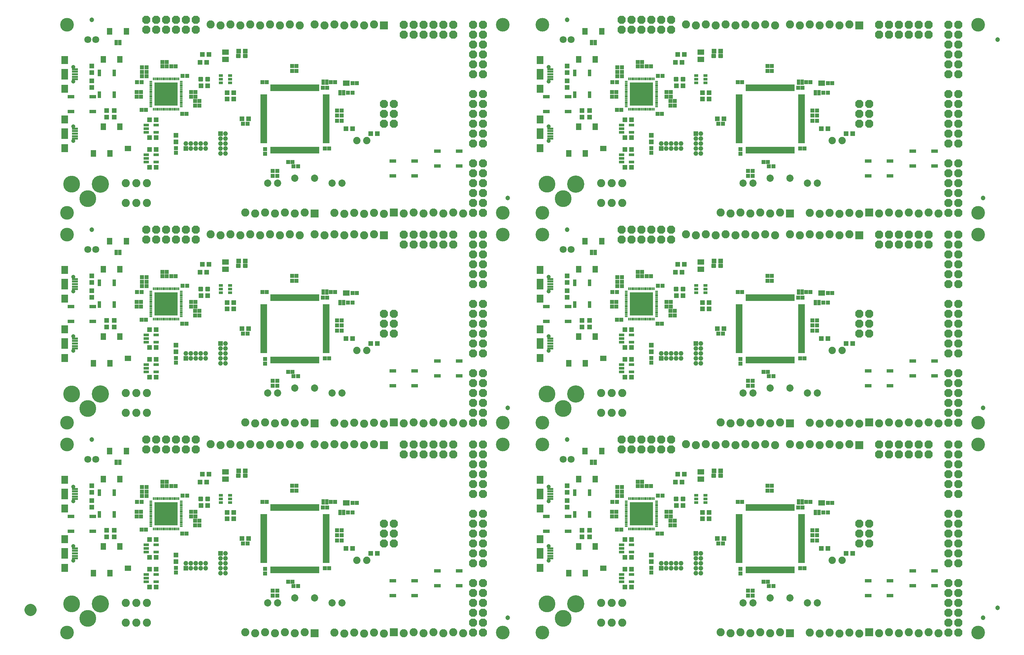
<source format=gts>
G75*
%MOIN*%
%OFA0B0*%
%FSLAX24Y24*%
%IPPOS*%
%LPD*%
%AMOC8*
5,1,8,0,0,1.08239X$1,22.5*
%
%ADD10R,0.0671X0.0186*%
%ADD11R,0.0186X0.0671*%
%ADD12R,0.0580X0.0659*%
%ADD13C,0.0710*%
%ADD14C,0.1740*%
%ADD15C,0.1700*%
%ADD16R,0.0330X0.0580*%
%ADD17R,0.0415X0.0434*%
%ADD18R,0.0434X0.0415*%
%ADD19C,0.0820*%
%ADD20R,0.0820X0.0820*%
%ADD21OC8,0.0820*%
%ADD22R,0.0159X0.0316*%
%ADD23R,0.0316X0.0159*%
%ADD24R,0.2324X0.2324*%
%ADD25R,0.0490X0.0490*%
%ADD26C,0.0490*%
%ADD27C,0.0142*%
%ADD28R,0.0680X0.0380*%
%ADD29R,0.0513X0.0474*%
%ADD30R,0.0631X0.0237*%
%ADD31C,0.0415*%
%ADD32R,0.0669X0.0787*%
%ADD33R,0.0669X0.1063*%
%ADD34R,0.0552X0.0297*%
%ADD35C,0.0730*%
%ADD36C,0.0740*%
%ADD37C,0.1380*%
%ADD38R,0.0380X0.0680*%
%ADD39C,0.0474*%
%ADD40R,0.0474X0.0513*%
%ADD41R,0.0395X0.0297*%
%ADD42C,0.0500*%
%ADD43C,0.0671*%
D10*
X025490Y010978D03*
X025490Y011175D03*
X025490Y011371D03*
X025490Y011568D03*
X025490Y011765D03*
X025490Y011962D03*
X025490Y012159D03*
X025490Y012356D03*
X025490Y012553D03*
X025490Y012749D03*
X025490Y012946D03*
X025490Y013143D03*
X025490Y013340D03*
X025490Y013537D03*
X025490Y013734D03*
X025490Y013931D03*
X025490Y014127D03*
X025490Y014324D03*
X025490Y014521D03*
X025490Y014718D03*
X025490Y014915D03*
X025490Y015112D03*
X025490Y015309D03*
X025490Y015505D03*
X025490Y015702D03*
X031790Y015702D03*
X031790Y015505D03*
X031790Y015309D03*
X031790Y015112D03*
X031790Y014915D03*
X031790Y014718D03*
X031790Y014521D03*
X031790Y014324D03*
X031790Y014127D03*
X031790Y013931D03*
X031790Y013734D03*
X031790Y013537D03*
X031790Y013340D03*
X031790Y013143D03*
X031790Y012946D03*
X031790Y012749D03*
X031790Y012553D03*
X031790Y012356D03*
X031790Y012159D03*
X031790Y011962D03*
X031790Y011765D03*
X031790Y011568D03*
X031790Y011371D03*
X031790Y011175D03*
X031790Y010978D03*
X031790Y032178D03*
X031790Y032375D03*
X031790Y032571D03*
X031790Y032768D03*
X031790Y032965D03*
X031790Y033162D03*
X031790Y033359D03*
X031790Y033556D03*
X031790Y033753D03*
X031790Y033949D03*
X031790Y034146D03*
X031790Y034343D03*
X031790Y034540D03*
X031790Y034737D03*
X031790Y034934D03*
X031790Y035131D03*
X031790Y035327D03*
X031790Y035524D03*
X031790Y035721D03*
X031790Y035918D03*
X031790Y036115D03*
X031790Y036312D03*
X031790Y036509D03*
X031790Y036705D03*
X031790Y036902D03*
X025490Y036902D03*
X025490Y036705D03*
X025490Y036509D03*
X025490Y036312D03*
X025490Y036115D03*
X025490Y035918D03*
X025490Y035721D03*
X025490Y035524D03*
X025490Y035327D03*
X025490Y035131D03*
X025490Y034934D03*
X025490Y034737D03*
X025490Y034540D03*
X025490Y034343D03*
X025490Y034146D03*
X025490Y033949D03*
X025490Y033753D03*
X025490Y033556D03*
X025490Y033359D03*
X025490Y033162D03*
X025490Y032965D03*
X025490Y032768D03*
X025490Y032571D03*
X025490Y032375D03*
X025490Y032178D03*
X025490Y053378D03*
X025490Y053575D03*
X025490Y053771D03*
X025490Y053968D03*
X025490Y054165D03*
X025490Y054362D03*
X025490Y054559D03*
X025490Y054756D03*
X025490Y054953D03*
X025490Y055149D03*
X025490Y055346D03*
X025490Y055543D03*
X025490Y055740D03*
X025490Y055937D03*
X025490Y056134D03*
X025490Y056331D03*
X025490Y056527D03*
X025490Y056724D03*
X025490Y056921D03*
X025490Y057118D03*
X025490Y057315D03*
X025490Y057512D03*
X025490Y057709D03*
X025490Y057905D03*
X025490Y058102D03*
X031790Y058102D03*
X031790Y057905D03*
X031790Y057709D03*
X031790Y057512D03*
X031790Y057315D03*
X031790Y057118D03*
X031790Y056921D03*
X031790Y056724D03*
X031790Y056527D03*
X031790Y056331D03*
X031790Y056134D03*
X031790Y055937D03*
X031790Y055740D03*
X031790Y055543D03*
X031790Y055346D03*
X031790Y055149D03*
X031790Y054953D03*
X031790Y054756D03*
X031790Y054559D03*
X031790Y054362D03*
X031790Y054165D03*
X031790Y053968D03*
X031790Y053771D03*
X031790Y053575D03*
X031790Y053378D03*
X073490Y053378D03*
X073490Y053575D03*
X073490Y053771D03*
X073490Y053968D03*
X073490Y054165D03*
X073490Y054362D03*
X073490Y054559D03*
X073490Y054756D03*
X073490Y054953D03*
X073490Y055149D03*
X073490Y055346D03*
X073490Y055543D03*
X073490Y055740D03*
X073490Y055937D03*
X073490Y056134D03*
X073490Y056331D03*
X073490Y056527D03*
X073490Y056724D03*
X073490Y056921D03*
X073490Y057118D03*
X073490Y057315D03*
X073490Y057512D03*
X073490Y057709D03*
X073490Y057905D03*
X073490Y058102D03*
X079790Y058102D03*
X079790Y057905D03*
X079790Y057709D03*
X079790Y057512D03*
X079790Y057315D03*
X079790Y057118D03*
X079790Y056921D03*
X079790Y056724D03*
X079790Y056527D03*
X079790Y056331D03*
X079790Y056134D03*
X079790Y055937D03*
X079790Y055740D03*
X079790Y055543D03*
X079790Y055346D03*
X079790Y055149D03*
X079790Y054953D03*
X079790Y054756D03*
X079790Y054559D03*
X079790Y054362D03*
X079790Y054165D03*
X079790Y053968D03*
X079790Y053771D03*
X079790Y053575D03*
X079790Y053378D03*
X079790Y036902D03*
X079790Y036705D03*
X079790Y036509D03*
X079790Y036312D03*
X079790Y036115D03*
X079790Y035918D03*
X079790Y035721D03*
X079790Y035524D03*
X079790Y035327D03*
X079790Y035131D03*
X079790Y034934D03*
X079790Y034737D03*
X079790Y034540D03*
X079790Y034343D03*
X079790Y034146D03*
X079790Y033949D03*
X079790Y033753D03*
X079790Y033556D03*
X079790Y033359D03*
X079790Y033162D03*
X079790Y032965D03*
X079790Y032768D03*
X079790Y032571D03*
X079790Y032375D03*
X079790Y032178D03*
X073490Y032178D03*
X073490Y032375D03*
X073490Y032571D03*
X073490Y032768D03*
X073490Y032965D03*
X073490Y033162D03*
X073490Y033359D03*
X073490Y033556D03*
X073490Y033753D03*
X073490Y033949D03*
X073490Y034146D03*
X073490Y034343D03*
X073490Y034540D03*
X073490Y034737D03*
X073490Y034934D03*
X073490Y035131D03*
X073490Y035327D03*
X073490Y035524D03*
X073490Y035721D03*
X073490Y035918D03*
X073490Y036115D03*
X073490Y036312D03*
X073490Y036509D03*
X073490Y036705D03*
X073490Y036902D03*
X073490Y015702D03*
X073490Y015505D03*
X073490Y015309D03*
X073490Y015112D03*
X073490Y014915D03*
X073490Y014718D03*
X073490Y014521D03*
X073490Y014324D03*
X073490Y014127D03*
X073490Y013931D03*
X073490Y013734D03*
X073490Y013537D03*
X073490Y013340D03*
X073490Y013143D03*
X073490Y012946D03*
X073490Y012749D03*
X073490Y012553D03*
X073490Y012356D03*
X073490Y012159D03*
X073490Y011962D03*
X073490Y011765D03*
X073490Y011568D03*
X073490Y011371D03*
X073490Y011175D03*
X073490Y010978D03*
X079790Y010978D03*
X079790Y011175D03*
X079790Y011371D03*
X079790Y011568D03*
X079790Y011765D03*
X079790Y011962D03*
X079790Y012159D03*
X079790Y012356D03*
X079790Y012553D03*
X079790Y012749D03*
X079790Y012946D03*
X079790Y013143D03*
X079790Y013340D03*
X079790Y013537D03*
X079790Y013734D03*
X079790Y013931D03*
X079790Y014127D03*
X079790Y014324D03*
X079790Y014521D03*
X079790Y014718D03*
X079790Y014915D03*
X079790Y015112D03*
X079790Y015309D03*
X079790Y015505D03*
X079790Y015702D03*
D11*
X079002Y016490D03*
X078805Y016490D03*
X078609Y016490D03*
X078412Y016490D03*
X078215Y016490D03*
X078018Y016490D03*
X077821Y016490D03*
X077624Y016490D03*
X077427Y016490D03*
X077231Y016490D03*
X077034Y016490D03*
X076837Y016490D03*
X076640Y016490D03*
X076443Y016490D03*
X076246Y016490D03*
X076049Y016490D03*
X075853Y016490D03*
X075656Y016490D03*
X075459Y016490D03*
X075262Y016490D03*
X075065Y016490D03*
X074868Y016490D03*
X074671Y016490D03*
X074475Y016490D03*
X074278Y016490D03*
X074278Y010190D03*
X074475Y010190D03*
X074671Y010190D03*
X074868Y010190D03*
X075065Y010190D03*
X075262Y010190D03*
X075459Y010190D03*
X075656Y010190D03*
X075853Y010190D03*
X076049Y010190D03*
X076246Y010190D03*
X076443Y010190D03*
X076640Y010190D03*
X076837Y010190D03*
X077034Y010190D03*
X077231Y010190D03*
X077427Y010190D03*
X077624Y010190D03*
X077821Y010190D03*
X078018Y010190D03*
X078215Y010190D03*
X078412Y010190D03*
X078609Y010190D03*
X078805Y010190D03*
X079002Y010190D03*
X079002Y031390D03*
X078805Y031390D03*
X078609Y031390D03*
X078412Y031390D03*
X078215Y031390D03*
X078018Y031390D03*
X077821Y031390D03*
X077624Y031390D03*
X077427Y031390D03*
X077231Y031390D03*
X077034Y031390D03*
X076837Y031390D03*
X076640Y031390D03*
X076443Y031390D03*
X076246Y031390D03*
X076049Y031390D03*
X075853Y031390D03*
X075656Y031390D03*
X075459Y031390D03*
X075262Y031390D03*
X075065Y031390D03*
X074868Y031390D03*
X074671Y031390D03*
X074475Y031390D03*
X074278Y031390D03*
X074278Y037690D03*
X074475Y037690D03*
X074671Y037690D03*
X074868Y037690D03*
X075065Y037690D03*
X075262Y037690D03*
X075459Y037690D03*
X075656Y037690D03*
X075853Y037690D03*
X076049Y037690D03*
X076246Y037690D03*
X076443Y037690D03*
X076640Y037690D03*
X076837Y037690D03*
X077034Y037690D03*
X077231Y037690D03*
X077427Y037690D03*
X077624Y037690D03*
X077821Y037690D03*
X078018Y037690D03*
X078215Y037690D03*
X078412Y037690D03*
X078609Y037690D03*
X078805Y037690D03*
X079002Y037690D03*
X079002Y052590D03*
X078805Y052590D03*
X078609Y052590D03*
X078412Y052590D03*
X078215Y052590D03*
X078018Y052590D03*
X077821Y052590D03*
X077624Y052590D03*
X077427Y052590D03*
X077231Y052590D03*
X077034Y052590D03*
X076837Y052590D03*
X076640Y052590D03*
X076443Y052590D03*
X076246Y052590D03*
X076049Y052590D03*
X075853Y052590D03*
X075656Y052590D03*
X075459Y052590D03*
X075262Y052590D03*
X075065Y052590D03*
X074868Y052590D03*
X074671Y052590D03*
X074475Y052590D03*
X074278Y052590D03*
X074278Y058890D03*
X074475Y058890D03*
X074671Y058890D03*
X074868Y058890D03*
X075065Y058890D03*
X075262Y058890D03*
X075459Y058890D03*
X075656Y058890D03*
X075853Y058890D03*
X076049Y058890D03*
X076246Y058890D03*
X076443Y058890D03*
X076640Y058890D03*
X076837Y058890D03*
X077034Y058890D03*
X077231Y058890D03*
X077427Y058890D03*
X077624Y058890D03*
X077821Y058890D03*
X078018Y058890D03*
X078215Y058890D03*
X078412Y058890D03*
X078609Y058890D03*
X078805Y058890D03*
X079002Y058890D03*
X031002Y058890D03*
X030805Y058890D03*
X030609Y058890D03*
X030412Y058890D03*
X030215Y058890D03*
X030018Y058890D03*
X029821Y058890D03*
X029624Y058890D03*
X029427Y058890D03*
X029231Y058890D03*
X029034Y058890D03*
X028837Y058890D03*
X028640Y058890D03*
X028443Y058890D03*
X028246Y058890D03*
X028049Y058890D03*
X027853Y058890D03*
X027656Y058890D03*
X027459Y058890D03*
X027262Y058890D03*
X027065Y058890D03*
X026868Y058890D03*
X026671Y058890D03*
X026475Y058890D03*
X026278Y058890D03*
X026278Y052590D03*
X026475Y052590D03*
X026671Y052590D03*
X026868Y052590D03*
X027065Y052590D03*
X027262Y052590D03*
X027459Y052590D03*
X027656Y052590D03*
X027853Y052590D03*
X028049Y052590D03*
X028246Y052590D03*
X028443Y052590D03*
X028640Y052590D03*
X028837Y052590D03*
X029034Y052590D03*
X029231Y052590D03*
X029427Y052590D03*
X029624Y052590D03*
X029821Y052590D03*
X030018Y052590D03*
X030215Y052590D03*
X030412Y052590D03*
X030609Y052590D03*
X030805Y052590D03*
X031002Y052590D03*
X031002Y037690D03*
X030805Y037690D03*
X030609Y037690D03*
X030412Y037690D03*
X030215Y037690D03*
X030018Y037690D03*
X029821Y037690D03*
X029624Y037690D03*
X029427Y037690D03*
X029231Y037690D03*
X029034Y037690D03*
X028837Y037690D03*
X028640Y037690D03*
X028443Y037690D03*
X028246Y037690D03*
X028049Y037690D03*
X027853Y037690D03*
X027656Y037690D03*
X027459Y037690D03*
X027262Y037690D03*
X027065Y037690D03*
X026868Y037690D03*
X026671Y037690D03*
X026475Y037690D03*
X026278Y037690D03*
X026278Y031390D03*
X026475Y031390D03*
X026671Y031390D03*
X026868Y031390D03*
X027065Y031390D03*
X027262Y031390D03*
X027459Y031390D03*
X027656Y031390D03*
X027853Y031390D03*
X028049Y031390D03*
X028246Y031390D03*
X028443Y031390D03*
X028640Y031390D03*
X028837Y031390D03*
X029034Y031390D03*
X029231Y031390D03*
X029427Y031390D03*
X029624Y031390D03*
X029821Y031390D03*
X030018Y031390D03*
X030215Y031390D03*
X030412Y031390D03*
X030609Y031390D03*
X030805Y031390D03*
X031002Y031390D03*
X031002Y016490D03*
X030805Y016490D03*
X030609Y016490D03*
X030412Y016490D03*
X030215Y016490D03*
X030018Y016490D03*
X029821Y016490D03*
X029624Y016490D03*
X029427Y016490D03*
X029231Y016490D03*
X029034Y016490D03*
X028837Y016490D03*
X028640Y016490D03*
X028443Y016490D03*
X028246Y016490D03*
X028049Y016490D03*
X027853Y016490D03*
X027656Y016490D03*
X027459Y016490D03*
X027262Y016490D03*
X027065Y016490D03*
X026868Y016490D03*
X026671Y016490D03*
X026475Y016490D03*
X026278Y016490D03*
X026278Y010190D03*
X026475Y010190D03*
X026671Y010190D03*
X026868Y010190D03*
X027065Y010190D03*
X027262Y010190D03*
X027459Y010190D03*
X027656Y010190D03*
X027853Y010190D03*
X028049Y010190D03*
X028246Y010190D03*
X028443Y010190D03*
X028640Y010190D03*
X028837Y010190D03*
X029034Y010190D03*
X029231Y010190D03*
X029427Y010190D03*
X029624Y010190D03*
X029821Y010190D03*
X030018Y010190D03*
X030215Y010190D03*
X030412Y010190D03*
X030609Y010190D03*
X030805Y010190D03*
X031002Y010190D03*
D12*
X011636Y022190D03*
X009944Y022190D03*
X009294Y019340D03*
X010986Y019340D03*
X010986Y012540D03*
X009294Y012540D03*
X009986Y009840D03*
X008294Y009840D03*
X008294Y031040D03*
X009986Y031040D03*
X009294Y033740D03*
X010986Y033740D03*
X010986Y040540D03*
X009294Y040540D03*
X009944Y043390D03*
X011636Y043390D03*
X009986Y052240D03*
X008294Y052240D03*
X009294Y054940D03*
X010986Y054940D03*
X010986Y061740D03*
X009294Y061740D03*
X009944Y064590D03*
X011636Y064590D03*
X056294Y052240D03*
X057986Y052240D03*
X057294Y054940D03*
X058986Y054940D03*
X058986Y061740D03*
X057294Y061740D03*
X057944Y064590D03*
X059636Y064590D03*
X059636Y043390D03*
X057944Y043390D03*
X057294Y040540D03*
X058986Y040540D03*
X058986Y033740D03*
X057294Y033740D03*
X057986Y031040D03*
X056294Y031040D03*
X057944Y022190D03*
X059636Y022190D03*
X058986Y019340D03*
X057294Y019340D03*
X057294Y012540D03*
X058986Y012540D03*
X057986Y009840D03*
X056294Y009840D03*
D13*
X056534Y021340D03*
X055746Y021340D03*
X055746Y042540D03*
X056534Y042540D03*
X056534Y063740D03*
X055746Y063740D03*
X008534Y063740D03*
X007746Y063740D03*
X007746Y042540D03*
X008534Y042540D03*
X008534Y021340D03*
X007746Y021340D03*
D14*
X009004Y027940D03*
X009004Y006740D03*
X057004Y006740D03*
X057004Y027940D03*
X057004Y049140D03*
X009004Y049140D03*
D15*
X006121Y049130D03*
X007753Y047659D03*
X006121Y027930D03*
X007753Y026459D03*
X006121Y006730D03*
X007753Y005259D03*
X054121Y006730D03*
X055753Y005259D03*
X055753Y026459D03*
X054121Y027930D03*
X055753Y047659D03*
X054121Y049130D03*
D16*
X059632Y052740D03*
X059952Y052740D03*
X069463Y061740D03*
X069817Y061740D03*
X069817Y062490D03*
X069463Y062490D03*
X079513Y059440D03*
X079867Y059440D03*
X081213Y058390D03*
X081567Y058390D03*
X081663Y059340D03*
X082017Y059340D03*
X058967Y063440D03*
X058613Y063440D03*
X034017Y059340D03*
X033663Y059340D03*
X033567Y058390D03*
X033213Y058390D03*
X031867Y059440D03*
X031513Y059440D03*
X021817Y061740D03*
X021463Y061740D03*
X021463Y062490D03*
X021817Y062490D03*
X010967Y063440D03*
X010613Y063440D03*
X011632Y052740D03*
X011952Y052740D03*
X010967Y042240D03*
X010613Y042240D03*
X021463Y041290D03*
X021817Y041290D03*
X021817Y040540D03*
X021463Y040540D03*
X031513Y038240D03*
X031867Y038240D03*
X033213Y037190D03*
X033567Y037190D03*
X033663Y038140D03*
X034017Y038140D03*
X011952Y031540D03*
X011632Y031540D03*
X010967Y021040D03*
X010613Y021040D03*
X021463Y020090D03*
X021817Y020090D03*
X021817Y019340D03*
X021463Y019340D03*
X031513Y017040D03*
X031867Y017040D03*
X033213Y015990D03*
X033567Y015990D03*
X033663Y016940D03*
X034017Y016940D03*
X011952Y010340D03*
X011632Y010340D03*
X058613Y021040D03*
X058967Y021040D03*
X069463Y020090D03*
X069817Y020090D03*
X069817Y019340D03*
X069463Y019340D03*
X079513Y017040D03*
X079867Y017040D03*
X081213Y015990D03*
X081567Y015990D03*
X081663Y016940D03*
X082017Y016940D03*
X059952Y010340D03*
X059632Y010340D03*
X059632Y031540D03*
X059952Y031540D03*
X069463Y040540D03*
X069817Y040540D03*
X069817Y041290D03*
X069463Y041290D03*
X079513Y038240D03*
X079867Y038240D03*
X081213Y037190D03*
X081567Y037190D03*
X081663Y038140D03*
X082017Y038140D03*
X058967Y042240D03*
X058613Y042240D03*
D17*
X061212Y039740D03*
X061212Y039290D03*
X061212Y038840D03*
X061668Y038840D03*
X061668Y039290D03*
X061668Y039740D03*
X061168Y038240D03*
X060712Y038240D03*
X060662Y037240D03*
X060662Y036790D03*
X061118Y036790D03*
X061118Y037240D03*
X061162Y035440D03*
X061618Y035440D03*
X065262Y035040D03*
X065718Y035040D03*
X066562Y035890D03*
X066562Y036340D03*
X066618Y036790D03*
X066618Y037240D03*
X066162Y037240D03*
X066162Y036790D03*
X067018Y036340D03*
X067018Y035890D03*
X071412Y034040D03*
X071868Y034040D03*
X073362Y038240D03*
X073818Y038240D03*
X076362Y039390D03*
X076818Y039390D03*
X076818Y039890D03*
X076362Y039890D03*
X079462Y037690D03*
X079918Y037690D03*
X080262Y038240D03*
X080718Y038240D03*
X082012Y037190D03*
X082468Y037190D03*
X082462Y038140D03*
X082918Y038140D03*
X081368Y035390D03*
X080912Y035390D03*
X080912Y034890D03*
X081368Y034890D03*
X081368Y034340D03*
X080912Y034340D03*
X080118Y031540D03*
X079662Y031540D03*
X076968Y029740D03*
X076512Y029740D03*
X076418Y030190D03*
X075962Y030190D03*
X074868Y029290D03*
X074412Y029290D03*
X074412Y028790D03*
X074868Y028790D03*
X076362Y018690D03*
X076818Y018690D03*
X076818Y018190D03*
X076362Y018190D03*
X073818Y017040D03*
X073362Y017040D03*
X071868Y012840D03*
X071412Y012840D03*
X067018Y014690D03*
X067018Y015140D03*
X066562Y015140D03*
X066562Y014690D03*
X066618Y015590D03*
X066618Y016040D03*
X066162Y016040D03*
X066162Y015590D03*
X065718Y013840D03*
X065262Y013840D03*
X061618Y014240D03*
X061162Y014240D03*
X061118Y015590D03*
X061118Y016040D03*
X060662Y016040D03*
X060662Y015590D03*
X060712Y017040D03*
X061168Y017040D03*
X061212Y017640D03*
X061212Y018090D03*
X061212Y018540D03*
X061668Y018540D03*
X061668Y018090D03*
X061668Y017640D03*
X063262Y018640D03*
X063262Y019090D03*
X063718Y019090D03*
X063718Y018640D03*
X064162Y018640D03*
X064618Y018640D03*
X065312Y017690D03*
X065768Y017690D03*
X075962Y008990D03*
X076418Y008990D03*
X076512Y008540D03*
X076968Y008540D03*
X074868Y008090D03*
X074412Y008090D03*
X074412Y007590D03*
X074868Y007590D03*
X079662Y010340D03*
X080118Y010340D03*
X080912Y013140D03*
X081368Y013140D03*
X081368Y013690D03*
X080912Y013690D03*
X080912Y014190D03*
X081368Y014190D03*
X082012Y015990D03*
X082468Y015990D03*
X082462Y016940D03*
X082918Y016940D03*
X080718Y017040D03*
X080262Y017040D03*
X079918Y016490D03*
X079462Y016490D03*
X065768Y038890D03*
X065312Y038890D03*
X064618Y039840D03*
X064162Y039840D03*
X063718Y039840D03*
X063718Y040290D03*
X063262Y040290D03*
X063262Y039840D03*
X074412Y049990D03*
X074868Y049990D03*
X074868Y050490D03*
X074412Y050490D03*
X075962Y051390D03*
X076418Y051390D03*
X076512Y050940D03*
X076968Y050940D03*
X079662Y052740D03*
X080118Y052740D03*
X080912Y055540D03*
X081368Y055540D03*
X081368Y056090D03*
X080912Y056090D03*
X080912Y056590D03*
X081368Y056590D03*
X082012Y058390D03*
X082468Y058390D03*
X082462Y059340D03*
X082918Y059340D03*
X080718Y059440D03*
X080262Y059440D03*
X079918Y058890D03*
X079462Y058890D03*
X076818Y060590D03*
X076362Y060590D03*
X076362Y061090D03*
X076818Y061090D03*
X073818Y059440D03*
X073362Y059440D03*
X067018Y057540D03*
X067018Y057090D03*
X066562Y057090D03*
X066562Y057540D03*
X066618Y057990D03*
X066618Y058440D03*
X066162Y058440D03*
X066162Y057990D03*
X065718Y056240D03*
X065262Y056240D03*
X061618Y056640D03*
X061162Y056640D03*
X061118Y057990D03*
X061118Y058440D03*
X060662Y058440D03*
X060662Y057990D03*
X060712Y059440D03*
X061168Y059440D03*
X061212Y060040D03*
X061212Y060490D03*
X061212Y060940D03*
X061668Y060940D03*
X061668Y060490D03*
X061668Y060040D03*
X063262Y061040D03*
X063262Y061490D03*
X063718Y061490D03*
X063718Y061040D03*
X064162Y061040D03*
X064618Y061040D03*
X065312Y060090D03*
X065768Y060090D03*
X071412Y055240D03*
X071868Y055240D03*
X034918Y059340D03*
X034462Y059340D03*
X034468Y058390D03*
X034012Y058390D03*
X032718Y059440D03*
X032262Y059440D03*
X031918Y058890D03*
X031462Y058890D03*
X028818Y060590D03*
X028362Y060590D03*
X028362Y061090D03*
X028818Y061090D03*
X025818Y059440D03*
X025362Y059440D03*
X019018Y057540D03*
X019018Y057090D03*
X018562Y057090D03*
X018562Y057540D03*
X018618Y057990D03*
X018618Y058440D03*
X018162Y058440D03*
X018162Y057990D03*
X017718Y056240D03*
X017262Y056240D03*
X013618Y056640D03*
X013162Y056640D03*
X013118Y057990D03*
X013118Y058440D03*
X012662Y058440D03*
X012662Y057990D03*
X012712Y059440D03*
X013168Y059440D03*
X013212Y060040D03*
X013212Y060490D03*
X013212Y060940D03*
X013668Y060940D03*
X013668Y060490D03*
X013668Y060040D03*
X015262Y061040D03*
X015262Y061490D03*
X015718Y061490D03*
X015718Y061040D03*
X016162Y061040D03*
X016618Y061040D03*
X017312Y060090D03*
X017768Y060090D03*
X023412Y055240D03*
X023868Y055240D03*
X027962Y051390D03*
X028418Y051390D03*
X028512Y050940D03*
X028968Y050940D03*
X026868Y050490D03*
X026412Y050490D03*
X026412Y049990D03*
X026868Y049990D03*
X031662Y052740D03*
X032118Y052740D03*
X032912Y055540D03*
X033368Y055540D03*
X033368Y056090D03*
X032912Y056090D03*
X032912Y056590D03*
X033368Y056590D03*
X015718Y040290D03*
X015718Y039840D03*
X016162Y039840D03*
X016618Y039840D03*
X017312Y038890D03*
X017768Y038890D03*
X015262Y039840D03*
X015262Y040290D03*
X013668Y039740D03*
X013668Y039290D03*
X013668Y038840D03*
X013212Y038840D03*
X013212Y039290D03*
X013212Y039740D03*
X013168Y038240D03*
X012712Y038240D03*
X012662Y037240D03*
X012662Y036790D03*
X013118Y036790D03*
X013118Y037240D03*
X013162Y035440D03*
X013618Y035440D03*
X017262Y035040D03*
X017718Y035040D03*
X018562Y035890D03*
X018562Y036340D03*
X018618Y036790D03*
X018618Y037240D03*
X018162Y037240D03*
X018162Y036790D03*
X019018Y036340D03*
X019018Y035890D03*
X023412Y034040D03*
X023868Y034040D03*
X025362Y038240D03*
X025818Y038240D03*
X028362Y039390D03*
X028818Y039390D03*
X028818Y039890D03*
X028362Y039890D03*
X031462Y037690D03*
X031918Y037690D03*
X032262Y038240D03*
X032718Y038240D03*
X034462Y038140D03*
X034918Y038140D03*
X034468Y037190D03*
X034012Y037190D03*
X033368Y035390D03*
X032912Y035390D03*
X032912Y034890D03*
X033368Y034890D03*
X033368Y034340D03*
X032912Y034340D03*
X032118Y031540D03*
X031662Y031540D03*
X028968Y029740D03*
X028512Y029740D03*
X028418Y030190D03*
X027962Y030190D03*
X026868Y029290D03*
X026412Y029290D03*
X026412Y028790D03*
X026868Y028790D03*
X028362Y018690D03*
X028818Y018690D03*
X028818Y018190D03*
X028362Y018190D03*
X025818Y017040D03*
X025362Y017040D03*
X023868Y012840D03*
X023412Y012840D03*
X019018Y014690D03*
X019018Y015140D03*
X018562Y015140D03*
X018562Y014690D03*
X018618Y015590D03*
X018618Y016040D03*
X018162Y016040D03*
X018162Y015590D03*
X017718Y013840D03*
X017262Y013840D03*
X013618Y014240D03*
X013162Y014240D03*
X013118Y015590D03*
X013118Y016040D03*
X012662Y016040D03*
X012662Y015590D03*
X012712Y017040D03*
X013168Y017040D03*
X013212Y017640D03*
X013212Y018090D03*
X013212Y018540D03*
X013668Y018540D03*
X013668Y018090D03*
X013668Y017640D03*
X015262Y018640D03*
X015262Y019090D03*
X015718Y019090D03*
X015718Y018640D03*
X016162Y018640D03*
X016618Y018640D03*
X017312Y017690D03*
X017768Y017690D03*
X027962Y008990D03*
X028418Y008990D03*
X028512Y008540D03*
X028968Y008540D03*
X026868Y008090D03*
X026412Y008090D03*
X026412Y007590D03*
X026868Y007590D03*
X031662Y010340D03*
X032118Y010340D03*
X032912Y013140D03*
X033368Y013140D03*
X033368Y013690D03*
X032912Y013690D03*
X032912Y014190D03*
X033368Y014190D03*
X034012Y015990D03*
X034468Y015990D03*
X034462Y016940D03*
X034918Y016940D03*
X032718Y017040D03*
X032262Y017040D03*
X031918Y016490D03*
X031462Y016490D03*
D18*
X025640Y010268D03*
X025640Y009812D03*
X016640Y009912D03*
X016640Y010368D03*
X025640Y031012D03*
X025640Y031468D03*
X016640Y031568D03*
X016640Y031112D03*
X016640Y052312D03*
X016640Y052768D03*
X025640Y052668D03*
X025640Y052212D03*
X064640Y052312D03*
X064640Y052768D03*
X073640Y052668D03*
X073640Y052212D03*
X073640Y031468D03*
X073640Y031012D03*
X064640Y031112D03*
X064640Y031568D03*
X064640Y010368D03*
X064640Y009912D03*
X073640Y009812D03*
X073640Y010268D03*
D19*
X073640Y003890D03*
X072640Y003790D03*
X071640Y003890D03*
X074640Y003790D03*
X075640Y003890D03*
X076640Y003790D03*
X077640Y003890D03*
X080640Y003840D03*
X081640Y003740D03*
X082640Y003840D03*
X083640Y003740D03*
X084640Y003840D03*
X085640Y003740D03*
X087640Y003790D03*
X088640Y003890D03*
X089640Y003790D03*
X090640Y003890D03*
X091640Y003790D03*
X092640Y003890D03*
X093640Y003790D03*
X083640Y022790D03*
X082640Y022890D03*
X081640Y022790D03*
X080640Y022890D03*
X079640Y022790D03*
X078640Y022890D03*
X077140Y022790D03*
X076140Y022890D03*
X075140Y022790D03*
X074140Y022890D03*
X073140Y022790D03*
X072140Y022890D03*
X071140Y022790D03*
X070140Y022890D03*
X069140Y022790D03*
X068140Y022890D03*
X071640Y025090D03*
X072640Y024990D03*
X073640Y025090D03*
X074640Y024990D03*
X075640Y025090D03*
X076640Y024990D03*
X077640Y025090D03*
X080640Y025040D03*
X081640Y024940D03*
X082640Y025040D03*
X083640Y024940D03*
X084640Y025040D03*
X085640Y024940D03*
X087640Y024990D03*
X088640Y025090D03*
X089640Y024990D03*
X090640Y025090D03*
X091640Y024990D03*
X092640Y025090D03*
X093640Y024990D03*
X084640Y022890D03*
X061710Y026040D03*
X060640Y026040D03*
X059570Y026040D03*
X059570Y028040D03*
X060640Y028040D03*
X061710Y028040D03*
X045640Y024990D03*
X044640Y025090D03*
X043640Y024990D03*
X042640Y025090D03*
X041640Y024990D03*
X040640Y025090D03*
X039640Y024990D03*
X037640Y024940D03*
X036640Y025040D03*
X035640Y024940D03*
X034640Y025040D03*
X033640Y024940D03*
X032640Y025040D03*
X032640Y022890D03*
X031640Y022790D03*
X030640Y022890D03*
X029140Y022790D03*
X028140Y022890D03*
X027140Y022790D03*
X026140Y022890D03*
X025140Y022790D03*
X024140Y022890D03*
X023140Y022790D03*
X022140Y022890D03*
X021140Y022790D03*
X020140Y022890D03*
X023640Y025090D03*
X024640Y024990D03*
X025640Y025090D03*
X026640Y024990D03*
X027640Y025090D03*
X028640Y024990D03*
X029640Y025090D03*
X033640Y022790D03*
X034640Y022890D03*
X035640Y022790D03*
X036640Y022890D03*
X013710Y026040D03*
X012640Y026040D03*
X011570Y026040D03*
X011570Y028040D03*
X012640Y028040D03*
X013710Y028040D03*
X020140Y044090D03*
X021140Y043990D03*
X022140Y044090D03*
X023140Y043990D03*
X024140Y044090D03*
X025140Y043990D03*
X026140Y044090D03*
X027140Y043990D03*
X028140Y044090D03*
X029140Y043990D03*
X030640Y044090D03*
X031640Y043990D03*
X032640Y044090D03*
X033640Y043990D03*
X034640Y044090D03*
X035640Y043990D03*
X036640Y044090D03*
X036640Y046240D03*
X035640Y046140D03*
X034640Y046240D03*
X033640Y046140D03*
X032640Y046240D03*
X029640Y046290D03*
X028640Y046190D03*
X027640Y046290D03*
X026640Y046190D03*
X025640Y046290D03*
X024640Y046190D03*
X023640Y046290D03*
X013710Y047240D03*
X012640Y047240D03*
X011570Y047240D03*
X011570Y049240D03*
X012640Y049240D03*
X013710Y049240D03*
X020140Y065290D03*
X021140Y065190D03*
X022140Y065290D03*
X023140Y065190D03*
X024140Y065290D03*
X025140Y065190D03*
X026140Y065290D03*
X027140Y065190D03*
X028140Y065290D03*
X029140Y065190D03*
X030640Y065290D03*
X031640Y065190D03*
X032640Y065290D03*
X033640Y065190D03*
X034640Y065290D03*
X035640Y065190D03*
X036640Y065290D03*
X059570Y049240D03*
X060640Y049240D03*
X061710Y049240D03*
X061710Y047240D03*
X060640Y047240D03*
X059570Y047240D03*
X068140Y044090D03*
X069140Y043990D03*
X070140Y044090D03*
X071140Y043990D03*
X072140Y044090D03*
X073140Y043990D03*
X074140Y044090D03*
X075140Y043990D03*
X076140Y044090D03*
X077140Y043990D03*
X078640Y044090D03*
X079640Y043990D03*
X080640Y044090D03*
X081640Y043990D03*
X082640Y044090D03*
X083640Y043990D03*
X084640Y044090D03*
X084640Y046240D03*
X083640Y046140D03*
X082640Y046240D03*
X081640Y046140D03*
X080640Y046240D03*
X077640Y046290D03*
X076640Y046190D03*
X075640Y046290D03*
X074640Y046190D03*
X073640Y046290D03*
X072640Y046190D03*
X071640Y046290D03*
X085640Y046140D03*
X087640Y046190D03*
X088640Y046290D03*
X089640Y046190D03*
X090640Y046290D03*
X091640Y046190D03*
X092640Y046290D03*
X093640Y046190D03*
X084640Y065290D03*
X083640Y065190D03*
X082640Y065290D03*
X081640Y065190D03*
X080640Y065290D03*
X079640Y065190D03*
X078640Y065290D03*
X077140Y065190D03*
X076140Y065290D03*
X075140Y065190D03*
X074140Y065290D03*
X073140Y065190D03*
X072140Y065290D03*
X071140Y065190D03*
X070140Y065290D03*
X069140Y065190D03*
X068140Y065290D03*
X044640Y046290D03*
X043640Y046190D03*
X042640Y046290D03*
X041640Y046190D03*
X040640Y046290D03*
X039640Y046190D03*
X037640Y046140D03*
X045640Y046190D03*
X059570Y006840D03*
X060640Y006840D03*
X061710Y006840D03*
X061710Y004840D03*
X060640Y004840D03*
X059570Y004840D03*
X045640Y003790D03*
X044640Y003890D03*
X043640Y003790D03*
X042640Y003890D03*
X041640Y003790D03*
X040640Y003890D03*
X039640Y003790D03*
X037640Y003740D03*
X036640Y003840D03*
X035640Y003740D03*
X034640Y003840D03*
X033640Y003740D03*
X032640Y003840D03*
X029640Y003890D03*
X028640Y003790D03*
X027640Y003890D03*
X026640Y003790D03*
X025640Y003890D03*
X024640Y003790D03*
X023640Y003890D03*
X013710Y004840D03*
X012640Y004840D03*
X011570Y004840D03*
X011570Y006840D03*
X012640Y006840D03*
X013710Y006840D03*
D20*
X030640Y003790D03*
X038640Y003890D03*
X037640Y022790D03*
X038640Y025090D03*
X030640Y024990D03*
X037640Y043990D03*
X038640Y046290D03*
X030640Y046190D03*
X037640Y065190D03*
X078640Y046190D03*
X085640Y043990D03*
X086640Y046290D03*
X085640Y065190D03*
X086640Y025090D03*
X085640Y022790D03*
X078640Y024990D03*
X078640Y003790D03*
X086640Y003890D03*
D21*
X094640Y003840D03*
X095640Y003840D03*
X095640Y004840D03*
X095640Y005840D03*
X095640Y006840D03*
X094640Y006840D03*
X094640Y005840D03*
X094640Y004840D03*
X094640Y007840D03*
X094640Y008840D03*
X095640Y008840D03*
X095640Y007840D03*
X095640Y010840D03*
X094640Y010840D03*
X094640Y011840D03*
X094640Y012840D03*
X095640Y012840D03*
X095640Y011840D03*
X095640Y013840D03*
X095640Y014840D03*
X095640Y015840D03*
X094640Y015840D03*
X094640Y014840D03*
X094640Y013840D03*
X094640Y017840D03*
X095640Y017840D03*
X095640Y018840D03*
X095640Y019840D03*
X094640Y019840D03*
X094640Y018840D03*
X094640Y020840D03*
X094640Y021840D03*
X095640Y021840D03*
X095640Y020840D03*
X095640Y022840D03*
X094640Y022840D03*
X092640Y022840D03*
X091640Y022840D03*
X090640Y022840D03*
X089640Y022840D03*
X088640Y022840D03*
X087640Y022840D03*
X087640Y021840D03*
X088640Y021840D03*
X089640Y021840D03*
X090640Y021840D03*
X091640Y021840D03*
X092640Y021840D03*
X094640Y025040D03*
X094640Y026040D03*
X095640Y026040D03*
X095640Y025040D03*
X095640Y027040D03*
X095640Y028040D03*
X094640Y028040D03*
X094640Y027040D03*
X094640Y029040D03*
X094640Y030040D03*
X095640Y030040D03*
X095640Y029040D03*
X095640Y032040D03*
X095640Y033040D03*
X094640Y033040D03*
X094640Y032040D03*
X094640Y034040D03*
X094640Y035040D03*
X095640Y035040D03*
X095640Y034040D03*
X095640Y036040D03*
X095640Y037040D03*
X094640Y037040D03*
X094640Y036040D03*
X094640Y039040D03*
X094640Y040040D03*
X095640Y040040D03*
X095640Y039040D03*
X095640Y041040D03*
X095640Y042040D03*
X094640Y042040D03*
X094640Y041040D03*
X094640Y043040D03*
X094640Y044040D03*
X095640Y044040D03*
X095640Y043040D03*
X092640Y043040D03*
X092640Y044040D03*
X091640Y044040D03*
X091640Y043040D03*
X090640Y043040D03*
X090640Y044040D03*
X089640Y044040D03*
X089640Y043040D03*
X088640Y043040D03*
X088640Y044040D03*
X087640Y044040D03*
X087640Y043040D03*
X094640Y046240D03*
X095640Y046240D03*
X095640Y047240D03*
X095640Y048240D03*
X094640Y048240D03*
X094640Y047240D03*
X094640Y049240D03*
X094640Y050240D03*
X095640Y050240D03*
X095640Y049240D03*
X095640Y051240D03*
X094640Y051240D03*
X094640Y053240D03*
X094640Y054240D03*
X094640Y055240D03*
X095640Y055240D03*
X095640Y054240D03*
X095640Y053240D03*
X095640Y056240D03*
X095640Y057240D03*
X094640Y057240D03*
X094640Y056240D03*
X094640Y058240D03*
X095640Y058240D03*
X095640Y060240D03*
X095640Y061240D03*
X094640Y061240D03*
X094640Y060240D03*
X094640Y062240D03*
X094640Y063240D03*
X094640Y064240D03*
X095640Y064240D03*
X095640Y063240D03*
X095640Y062240D03*
X092640Y064240D03*
X091640Y064240D03*
X090640Y064240D03*
X089640Y064240D03*
X088640Y064240D03*
X087640Y064240D03*
X087640Y065240D03*
X088640Y065240D03*
X089640Y065240D03*
X090640Y065240D03*
X091640Y065240D03*
X092640Y065240D03*
X094640Y065240D03*
X095640Y065240D03*
X086640Y057240D03*
X086640Y056240D03*
X085640Y056240D03*
X085640Y057240D03*
X085640Y055240D03*
X086640Y055240D03*
X066640Y064740D03*
X065640Y064740D03*
X064640Y064740D03*
X063640Y064740D03*
X062640Y064740D03*
X061640Y064740D03*
X061640Y065740D03*
X062640Y065740D03*
X063640Y065740D03*
X064640Y065740D03*
X065640Y065740D03*
X066640Y065740D03*
X047640Y065240D03*
X046640Y065240D03*
X046640Y064240D03*
X046640Y063240D03*
X046640Y062240D03*
X047640Y062240D03*
X047640Y063240D03*
X047640Y064240D03*
X044640Y064240D03*
X043640Y064240D03*
X042640Y064240D03*
X041640Y064240D03*
X040640Y064240D03*
X039640Y064240D03*
X039640Y065240D03*
X040640Y065240D03*
X041640Y065240D03*
X042640Y065240D03*
X043640Y065240D03*
X044640Y065240D03*
X046640Y061240D03*
X046640Y060240D03*
X047640Y060240D03*
X047640Y061240D03*
X047640Y058240D03*
X046640Y058240D03*
X046640Y057240D03*
X046640Y056240D03*
X047640Y056240D03*
X047640Y057240D03*
X047640Y055240D03*
X047640Y054240D03*
X047640Y053240D03*
X046640Y053240D03*
X046640Y054240D03*
X046640Y055240D03*
X046640Y051240D03*
X047640Y051240D03*
X047640Y050240D03*
X047640Y049240D03*
X046640Y049240D03*
X046640Y050240D03*
X046640Y048240D03*
X046640Y047240D03*
X047640Y047240D03*
X047640Y048240D03*
X047640Y046240D03*
X046640Y046240D03*
X046640Y044040D03*
X046640Y043040D03*
X047640Y043040D03*
X047640Y044040D03*
X047640Y042040D03*
X047640Y041040D03*
X046640Y041040D03*
X046640Y042040D03*
X044640Y043040D03*
X043640Y043040D03*
X043640Y044040D03*
X044640Y044040D03*
X042640Y044040D03*
X042640Y043040D03*
X041640Y043040D03*
X041640Y044040D03*
X040640Y044040D03*
X040640Y043040D03*
X039640Y043040D03*
X039640Y044040D03*
X046640Y040040D03*
X046640Y039040D03*
X047640Y039040D03*
X047640Y040040D03*
X047640Y037040D03*
X047640Y036040D03*
X046640Y036040D03*
X046640Y037040D03*
X046640Y035040D03*
X046640Y034040D03*
X047640Y034040D03*
X047640Y035040D03*
X047640Y033040D03*
X047640Y032040D03*
X046640Y032040D03*
X046640Y033040D03*
X046640Y030040D03*
X046640Y029040D03*
X047640Y029040D03*
X047640Y030040D03*
X047640Y028040D03*
X047640Y027040D03*
X046640Y027040D03*
X046640Y028040D03*
X046640Y026040D03*
X046640Y025040D03*
X047640Y025040D03*
X047640Y026040D03*
X047640Y022840D03*
X046640Y022840D03*
X046640Y021840D03*
X046640Y020840D03*
X047640Y020840D03*
X047640Y021840D03*
X047640Y019840D03*
X047640Y018840D03*
X046640Y018840D03*
X046640Y019840D03*
X046640Y017840D03*
X047640Y017840D03*
X047640Y015840D03*
X047640Y014840D03*
X047640Y013840D03*
X046640Y013840D03*
X046640Y014840D03*
X046640Y015840D03*
X046640Y012840D03*
X046640Y011840D03*
X047640Y011840D03*
X047640Y012840D03*
X047640Y010840D03*
X046640Y010840D03*
X046640Y008840D03*
X046640Y007840D03*
X047640Y007840D03*
X047640Y008840D03*
X047640Y006840D03*
X047640Y005840D03*
X047640Y004840D03*
X046640Y004840D03*
X046640Y005840D03*
X046640Y006840D03*
X046640Y003840D03*
X047640Y003840D03*
X038640Y012840D03*
X037640Y012840D03*
X037640Y013840D03*
X037640Y014840D03*
X038640Y014840D03*
X038640Y013840D03*
X039640Y021840D03*
X040640Y021840D03*
X041640Y021840D03*
X042640Y021840D03*
X043640Y021840D03*
X044640Y021840D03*
X044640Y022840D03*
X043640Y022840D03*
X042640Y022840D03*
X041640Y022840D03*
X040640Y022840D03*
X039640Y022840D03*
X038640Y034040D03*
X038640Y035040D03*
X037640Y035040D03*
X037640Y034040D03*
X037640Y036040D03*
X038640Y036040D03*
X018640Y043540D03*
X018640Y044540D03*
X017640Y044540D03*
X017640Y043540D03*
X016640Y043540D03*
X016640Y044540D03*
X015640Y044540D03*
X015640Y043540D03*
X014640Y043540D03*
X014640Y044540D03*
X013640Y044540D03*
X013640Y043540D03*
X037640Y055240D03*
X038640Y055240D03*
X038640Y056240D03*
X038640Y057240D03*
X037640Y057240D03*
X037640Y056240D03*
X018640Y064740D03*
X017640Y064740D03*
X016640Y064740D03*
X015640Y064740D03*
X014640Y064740D03*
X013640Y064740D03*
X013640Y065740D03*
X014640Y065740D03*
X015640Y065740D03*
X016640Y065740D03*
X017640Y065740D03*
X018640Y065740D03*
X061640Y044540D03*
X061640Y043540D03*
X062640Y043540D03*
X062640Y044540D03*
X063640Y044540D03*
X063640Y043540D03*
X064640Y043540D03*
X064640Y044540D03*
X065640Y044540D03*
X065640Y043540D03*
X066640Y043540D03*
X066640Y044540D03*
X085640Y036040D03*
X086640Y036040D03*
X086640Y035040D03*
X086640Y034040D03*
X085640Y034040D03*
X085640Y035040D03*
X066640Y023340D03*
X066640Y022340D03*
X065640Y022340D03*
X065640Y023340D03*
X064640Y023340D03*
X064640Y022340D03*
X063640Y022340D03*
X063640Y023340D03*
X062640Y023340D03*
X062640Y022340D03*
X061640Y022340D03*
X061640Y023340D03*
X085640Y014840D03*
X085640Y013840D03*
X086640Y013840D03*
X086640Y014840D03*
X086640Y012840D03*
X085640Y012840D03*
X018640Y022340D03*
X018640Y023340D03*
X017640Y023340D03*
X017640Y022340D03*
X016640Y022340D03*
X016640Y023340D03*
X015640Y023340D03*
X015640Y022340D03*
X014640Y022340D03*
X014640Y023340D03*
X013640Y023340D03*
X013640Y022340D03*
D22*
X014380Y017375D03*
X014538Y017375D03*
X014695Y017375D03*
X014853Y017375D03*
X015010Y017375D03*
X015168Y017375D03*
X015325Y017375D03*
X015483Y017375D03*
X015640Y017375D03*
X015797Y017375D03*
X015955Y017375D03*
X016112Y017375D03*
X016270Y017375D03*
X016427Y017375D03*
X016585Y017375D03*
X016742Y017375D03*
X016900Y017375D03*
X016900Y014305D03*
X016742Y014305D03*
X016585Y014305D03*
X016427Y014305D03*
X016270Y014305D03*
X016112Y014305D03*
X015955Y014305D03*
X015797Y014305D03*
X015640Y014305D03*
X015483Y014305D03*
X015325Y014305D03*
X015168Y014305D03*
X015010Y014305D03*
X014853Y014305D03*
X014695Y014305D03*
X014538Y014305D03*
X014380Y014305D03*
X014380Y035505D03*
X014538Y035505D03*
X014695Y035505D03*
X014853Y035505D03*
X015010Y035505D03*
X015168Y035505D03*
X015325Y035505D03*
X015483Y035505D03*
X015640Y035505D03*
X015797Y035505D03*
X015955Y035505D03*
X016112Y035505D03*
X016270Y035505D03*
X016427Y035505D03*
X016585Y035505D03*
X016742Y035505D03*
X016900Y035505D03*
X016900Y038575D03*
X016742Y038575D03*
X016585Y038575D03*
X016427Y038575D03*
X016270Y038575D03*
X016112Y038575D03*
X015955Y038575D03*
X015797Y038575D03*
X015640Y038575D03*
X015483Y038575D03*
X015325Y038575D03*
X015168Y038575D03*
X015010Y038575D03*
X014853Y038575D03*
X014695Y038575D03*
X014538Y038575D03*
X014380Y038575D03*
X014380Y056705D03*
X014538Y056705D03*
X014695Y056705D03*
X014853Y056705D03*
X015010Y056705D03*
X015168Y056705D03*
X015325Y056705D03*
X015483Y056705D03*
X015640Y056705D03*
X015797Y056705D03*
X015955Y056705D03*
X016112Y056705D03*
X016270Y056705D03*
X016427Y056705D03*
X016585Y056705D03*
X016742Y056705D03*
X016900Y056705D03*
X016900Y059775D03*
X016742Y059775D03*
X016585Y059775D03*
X016427Y059775D03*
X016270Y059775D03*
X016112Y059775D03*
X015955Y059775D03*
X015797Y059775D03*
X015640Y059775D03*
X015483Y059775D03*
X015325Y059775D03*
X015168Y059775D03*
X015010Y059775D03*
X014853Y059775D03*
X014695Y059775D03*
X014538Y059775D03*
X014380Y059775D03*
X062380Y059775D03*
X062538Y059775D03*
X062695Y059775D03*
X062853Y059775D03*
X063010Y059775D03*
X063168Y059775D03*
X063325Y059775D03*
X063483Y059775D03*
X063640Y059775D03*
X063797Y059775D03*
X063955Y059775D03*
X064112Y059775D03*
X064270Y059775D03*
X064427Y059775D03*
X064585Y059775D03*
X064742Y059775D03*
X064900Y059775D03*
X064900Y056705D03*
X064742Y056705D03*
X064585Y056705D03*
X064427Y056705D03*
X064270Y056705D03*
X064112Y056705D03*
X063955Y056705D03*
X063797Y056705D03*
X063640Y056705D03*
X063483Y056705D03*
X063325Y056705D03*
X063168Y056705D03*
X063010Y056705D03*
X062853Y056705D03*
X062695Y056705D03*
X062538Y056705D03*
X062380Y056705D03*
X062380Y038575D03*
X062538Y038575D03*
X062695Y038575D03*
X062853Y038575D03*
X063010Y038575D03*
X063168Y038575D03*
X063325Y038575D03*
X063483Y038575D03*
X063640Y038575D03*
X063797Y038575D03*
X063955Y038575D03*
X064112Y038575D03*
X064270Y038575D03*
X064427Y038575D03*
X064585Y038575D03*
X064742Y038575D03*
X064900Y038575D03*
X064900Y035505D03*
X064742Y035505D03*
X064585Y035505D03*
X064427Y035505D03*
X064270Y035505D03*
X064112Y035505D03*
X063955Y035505D03*
X063797Y035505D03*
X063640Y035505D03*
X063483Y035505D03*
X063325Y035505D03*
X063168Y035505D03*
X063010Y035505D03*
X062853Y035505D03*
X062695Y035505D03*
X062538Y035505D03*
X062380Y035505D03*
X062380Y017375D03*
X062538Y017375D03*
X062695Y017375D03*
X062853Y017375D03*
X063010Y017375D03*
X063168Y017375D03*
X063325Y017375D03*
X063483Y017375D03*
X063640Y017375D03*
X063797Y017375D03*
X063955Y017375D03*
X064112Y017375D03*
X064270Y017375D03*
X064427Y017375D03*
X064585Y017375D03*
X064742Y017375D03*
X064900Y017375D03*
X064900Y014305D03*
X064742Y014305D03*
X064585Y014305D03*
X064427Y014305D03*
X064270Y014305D03*
X064112Y014305D03*
X063955Y014305D03*
X063797Y014305D03*
X063640Y014305D03*
X063483Y014305D03*
X063325Y014305D03*
X063168Y014305D03*
X063010Y014305D03*
X062853Y014305D03*
X062695Y014305D03*
X062538Y014305D03*
X062380Y014305D03*
D23*
X062105Y014580D03*
X062105Y014738D03*
X062105Y014895D03*
X062105Y015053D03*
X062105Y015210D03*
X062105Y015368D03*
X062105Y015525D03*
X062105Y015683D03*
X062105Y015840D03*
X062105Y015997D03*
X062105Y016155D03*
X062105Y016312D03*
X062105Y016470D03*
X062105Y016627D03*
X062105Y016785D03*
X062105Y016942D03*
X062105Y017100D03*
X065175Y017100D03*
X065175Y016942D03*
X065175Y016785D03*
X065175Y016627D03*
X065175Y016470D03*
X065175Y016312D03*
X065175Y016155D03*
X065175Y015997D03*
X065175Y015840D03*
X065175Y015683D03*
X065175Y015525D03*
X065175Y015368D03*
X065175Y015210D03*
X065175Y015053D03*
X065175Y014895D03*
X065175Y014738D03*
X065175Y014580D03*
X065175Y035780D03*
X065175Y035938D03*
X065175Y036095D03*
X065175Y036253D03*
X065175Y036410D03*
X065175Y036568D03*
X065175Y036725D03*
X065175Y036883D03*
X065175Y037040D03*
X065175Y037197D03*
X065175Y037355D03*
X065175Y037512D03*
X065175Y037670D03*
X065175Y037827D03*
X065175Y037985D03*
X065175Y038142D03*
X065175Y038300D03*
X062105Y038300D03*
X062105Y038142D03*
X062105Y037985D03*
X062105Y037827D03*
X062105Y037670D03*
X062105Y037512D03*
X062105Y037355D03*
X062105Y037197D03*
X062105Y037040D03*
X062105Y036883D03*
X062105Y036725D03*
X062105Y036568D03*
X062105Y036410D03*
X062105Y036253D03*
X062105Y036095D03*
X062105Y035938D03*
X062105Y035780D03*
X062105Y056980D03*
X062105Y057138D03*
X062105Y057295D03*
X062105Y057453D03*
X062105Y057610D03*
X062105Y057768D03*
X062105Y057925D03*
X062105Y058083D03*
X062105Y058240D03*
X062105Y058397D03*
X062105Y058555D03*
X062105Y058712D03*
X062105Y058870D03*
X062105Y059027D03*
X062105Y059185D03*
X062105Y059342D03*
X062105Y059500D03*
X065175Y059500D03*
X065175Y059342D03*
X065175Y059185D03*
X065175Y059027D03*
X065175Y058870D03*
X065175Y058712D03*
X065175Y058555D03*
X065175Y058397D03*
X065175Y058240D03*
X065175Y058083D03*
X065175Y057925D03*
X065175Y057768D03*
X065175Y057610D03*
X065175Y057453D03*
X065175Y057295D03*
X065175Y057138D03*
X065175Y056980D03*
X017175Y056980D03*
X017175Y057138D03*
X017175Y057295D03*
X017175Y057453D03*
X017175Y057610D03*
X017175Y057768D03*
X017175Y057925D03*
X017175Y058083D03*
X017175Y058240D03*
X017175Y058397D03*
X017175Y058555D03*
X017175Y058712D03*
X017175Y058870D03*
X017175Y059027D03*
X017175Y059185D03*
X017175Y059342D03*
X017175Y059500D03*
X014105Y059500D03*
X014105Y059342D03*
X014105Y059185D03*
X014105Y059027D03*
X014105Y058870D03*
X014105Y058712D03*
X014105Y058555D03*
X014105Y058397D03*
X014105Y058240D03*
X014105Y058083D03*
X014105Y057925D03*
X014105Y057768D03*
X014105Y057610D03*
X014105Y057453D03*
X014105Y057295D03*
X014105Y057138D03*
X014105Y056980D03*
X014105Y038300D03*
X014105Y038142D03*
X014105Y037985D03*
X014105Y037827D03*
X014105Y037670D03*
X014105Y037512D03*
X014105Y037355D03*
X014105Y037197D03*
X014105Y037040D03*
X014105Y036883D03*
X014105Y036725D03*
X014105Y036568D03*
X014105Y036410D03*
X014105Y036253D03*
X014105Y036095D03*
X014105Y035938D03*
X014105Y035780D03*
X017175Y035780D03*
X017175Y035938D03*
X017175Y036095D03*
X017175Y036253D03*
X017175Y036410D03*
X017175Y036568D03*
X017175Y036725D03*
X017175Y036883D03*
X017175Y037040D03*
X017175Y037197D03*
X017175Y037355D03*
X017175Y037512D03*
X017175Y037670D03*
X017175Y037827D03*
X017175Y037985D03*
X017175Y038142D03*
X017175Y038300D03*
X017175Y017100D03*
X017175Y016942D03*
X017175Y016785D03*
X017175Y016627D03*
X017175Y016470D03*
X017175Y016312D03*
X017175Y016155D03*
X017175Y015997D03*
X017175Y015840D03*
X017175Y015683D03*
X017175Y015525D03*
X017175Y015368D03*
X017175Y015210D03*
X017175Y015053D03*
X017175Y014895D03*
X017175Y014738D03*
X017175Y014580D03*
X014105Y014580D03*
X014105Y014738D03*
X014105Y014895D03*
X014105Y015053D03*
X014105Y015210D03*
X014105Y015368D03*
X014105Y015525D03*
X014105Y015683D03*
X014105Y015840D03*
X014105Y015997D03*
X014105Y016155D03*
X014105Y016312D03*
X014105Y016470D03*
X014105Y016627D03*
X014105Y016785D03*
X014105Y016942D03*
X014105Y017100D03*
D24*
X015640Y015840D03*
X015640Y037040D03*
X015640Y058240D03*
X063640Y058240D03*
X063640Y037040D03*
X063640Y015840D03*
D25*
X069140Y011840D03*
X065640Y010340D03*
X065640Y031540D03*
X069140Y033040D03*
X065640Y052740D03*
X069140Y054240D03*
X021140Y054240D03*
X017640Y052740D03*
X021140Y033040D03*
X017640Y031540D03*
X021140Y011840D03*
X017640Y010340D03*
D26*
X018140Y010340D03*
X018140Y010840D03*
X017640Y010840D03*
X018640Y010840D03*
X019140Y010840D03*
X019140Y010340D03*
X018640Y010340D03*
X019640Y010340D03*
X019640Y010840D03*
X021140Y010840D03*
X021140Y010340D03*
X021140Y009840D03*
X021640Y009840D03*
X021640Y010340D03*
X021640Y010840D03*
X021640Y011340D03*
X021640Y011840D03*
X021140Y011340D03*
X021140Y031040D03*
X021140Y031540D03*
X021140Y032040D03*
X021140Y032540D03*
X021640Y032540D03*
X021640Y033040D03*
X021640Y032040D03*
X021640Y031540D03*
X021640Y031040D03*
X019640Y031540D03*
X019640Y032040D03*
X019140Y032040D03*
X018640Y032040D03*
X018640Y031540D03*
X019140Y031540D03*
X018140Y031540D03*
X018140Y032040D03*
X017640Y032040D03*
X021140Y052240D03*
X021140Y052740D03*
X021140Y053240D03*
X021140Y053740D03*
X021640Y053740D03*
X021640Y053240D03*
X021640Y052740D03*
X021640Y052240D03*
X019640Y052740D03*
X019640Y053240D03*
X019140Y053240D03*
X018640Y053240D03*
X018640Y052740D03*
X019140Y052740D03*
X018140Y052740D03*
X018140Y053240D03*
X017640Y053240D03*
X021640Y054240D03*
X065640Y053240D03*
X066140Y053240D03*
X066640Y053240D03*
X066640Y052740D03*
X066140Y052740D03*
X067140Y052740D03*
X067640Y052740D03*
X067640Y053240D03*
X067140Y053240D03*
X069140Y053240D03*
X069640Y053240D03*
X069640Y053740D03*
X069140Y053740D03*
X069640Y054240D03*
X069640Y052740D03*
X069140Y052740D03*
X069140Y052240D03*
X069640Y052240D03*
X069640Y033040D03*
X069640Y032540D03*
X069140Y032540D03*
X069140Y032040D03*
X069640Y032040D03*
X069640Y031540D03*
X069140Y031540D03*
X069140Y031040D03*
X069640Y031040D03*
X067640Y031540D03*
X067140Y031540D03*
X067140Y032040D03*
X067640Y032040D03*
X066640Y032040D03*
X066140Y032040D03*
X066140Y031540D03*
X066640Y031540D03*
X065640Y032040D03*
X069640Y011840D03*
X069640Y011340D03*
X069140Y011340D03*
X069140Y010840D03*
X069640Y010840D03*
X069640Y010340D03*
X069640Y009840D03*
X069140Y009840D03*
X069140Y010340D03*
X067640Y010340D03*
X067140Y010340D03*
X067140Y010840D03*
X067640Y010840D03*
X066640Y010840D03*
X066140Y010840D03*
X066140Y010340D03*
X066640Y010340D03*
X065640Y010840D03*
D27*
X067311Y017174D02*
X067311Y017506D01*
X067311Y017174D02*
X066979Y017174D01*
X066979Y017506D01*
X067311Y017506D01*
X067311Y017315D02*
X066979Y017315D01*
X066979Y017456D02*
X067311Y017456D01*
X068001Y017506D02*
X068001Y017174D01*
X067669Y017174D01*
X067669Y017506D01*
X068001Y017506D01*
X068001Y017315D02*
X067669Y017315D01*
X067669Y017456D02*
X068001Y017456D01*
X070779Y019524D02*
X070779Y019856D01*
X071111Y019856D01*
X071111Y019524D01*
X070779Y019524D01*
X070779Y019665D02*
X071111Y019665D01*
X071111Y019806D02*
X070779Y019806D01*
X071469Y019856D02*
X071469Y019524D01*
X071469Y019856D02*
X071801Y019856D01*
X071801Y019524D01*
X071469Y019524D01*
X071469Y019665D02*
X071801Y019665D01*
X071801Y019806D02*
X071469Y019806D01*
X068001Y038374D02*
X068001Y038706D01*
X068001Y038374D02*
X067669Y038374D01*
X067669Y038706D01*
X068001Y038706D01*
X068001Y038515D02*
X067669Y038515D01*
X067669Y038656D02*
X068001Y038656D01*
X067311Y038706D02*
X067311Y038374D01*
X066979Y038374D01*
X066979Y038706D01*
X067311Y038706D01*
X067311Y038515D02*
X066979Y038515D01*
X066979Y038656D02*
X067311Y038656D01*
X070779Y040724D02*
X070779Y041056D01*
X071111Y041056D01*
X071111Y040724D01*
X070779Y040724D01*
X070779Y040865D02*
X071111Y040865D01*
X071111Y041006D02*
X070779Y041006D01*
X071469Y041056D02*
X071469Y040724D01*
X071469Y041056D02*
X071801Y041056D01*
X071801Y040724D01*
X071469Y040724D01*
X071469Y040865D02*
X071801Y040865D01*
X071801Y041006D02*
X071469Y041006D01*
X068001Y059574D02*
X068001Y059906D01*
X068001Y059574D02*
X067669Y059574D01*
X067669Y059906D01*
X068001Y059906D01*
X068001Y059715D02*
X067669Y059715D01*
X067669Y059856D02*
X068001Y059856D01*
X067311Y059906D02*
X067311Y059574D01*
X066979Y059574D01*
X066979Y059906D01*
X067311Y059906D01*
X067311Y059715D02*
X066979Y059715D01*
X066979Y059856D02*
X067311Y059856D01*
X070779Y061924D02*
X070779Y062256D01*
X071111Y062256D01*
X071111Y061924D01*
X070779Y061924D01*
X070779Y062065D02*
X071111Y062065D01*
X071111Y062206D02*
X070779Y062206D01*
X071469Y062256D02*
X071469Y061924D01*
X071469Y062256D02*
X071801Y062256D01*
X071801Y061924D01*
X071469Y061924D01*
X071469Y062065D02*
X071801Y062065D01*
X071801Y062206D02*
X071469Y062206D01*
X023469Y061924D02*
X023469Y062256D01*
X023801Y062256D01*
X023801Y061924D01*
X023469Y061924D01*
X023469Y062065D02*
X023801Y062065D01*
X023801Y062206D02*
X023469Y062206D01*
X022779Y062256D02*
X022779Y061924D01*
X022779Y062256D02*
X023111Y062256D01*
X023111Y061924D01*
X022779Y061924D01*
X022779Y062065D02*
X023111Y062065D01*
X023111Y062206D02*
X022779Y062206D01*
X020001Y059906D02*
X020001Y059574D01*
X019669Y059574D01*
X019669Y059906D01*
X020001Y059906D01*
X020001Y059715D02*
X019669Y059715D01*
X019669Y059856D02*
X020001Y059856D01*
X019311Y059906D02*
X019311Y059574D01*
X018979Y059574D01*
X018979Y059906D01*
X019311Y059906D01*
X019311Y059715D02*
X018979Y059715D01*
X018979Y059856D02*
X019311Y059856D01*
X022779Y041056D02*
X022779Y040724D01*
X022779Y041056D02*
X023111Y041056D01*
X023111Y040724D01*
X022779Y040724D01*
X022779Y040865D02*
X023111Y040865D01*
X023111Y041006D02*
X022779Y041006D01*
X023469Y041056D02*
X023469Y040724D01*
X023469Y041056D02*
X023801Y041056D01*
X023801Y040724D01*
X023469Y040724D01*
X023469Y040865D02*
X023801Y040865D01*
X023801Y041006D02*
X023469Y041006D01*
X020001Y038706D02*
X020001Y038374D01*
X019669Y038374D01*
X019669Y038706D01*
X020001Y038706D01*
X020001Y038515D02*
X019669Y038515D01*
X019669Y038656D02*
X020001Y038656D01*
X019311Y038706D02*
X019311Y038374D01*
X018979Y038374D01*
X018979Y038706D01*
X019311Y038706D01*
X019311Y038515D02*
X018979Y038515D01*
X018979Y038656D02*
X019311Y038656D01*
X022779Y019856D02*
X022779Y019524D01*
X022779Y019856D02*
X023111Y019856D01*
X023111Y019524D01*
X022779Y019524D01*
X022779Y019665D02*
X023111Y019665D01*
X023111Y019806D02*
X022779Y019806D01*
X023469Y019856D02*
X023469Y019524D01*
X023469Y019856D02*
X023801Y019856D01*
X023801Y019524D01*
X023469Y019524D01*
X023469Y019665D02*
X023801Y019665D01*
X023801Y019806D02*
X023469Y019806D01*
X020001Y017506D02*
X020001Y017174D01*
X019669Y017174D01*
X019669Y017506D01*
X020001Y017506D01*
X020001Y017315D02*
X019669Y017315D01*
X019669Y017456D02*
X020001Y017456D01*
X019311Y017506D02*
X019311Y017174D01*
X018979Y017174D01*
X018979Y017506D01*
X019311Y017506D01*
X019311Y017315D02*
X018979Y017315D01*
X018979Y017456D02*
X019311Y017456D01*
D28*
X008240Y015590D03*
X008240Y014090D03*
X006040Y014090D03*
X006040Y015590D03*
X006040Y035290D03*
X006040Y036790D03*
X008240Y036790D03*
X008240Y035290D03*
X038540Y030290D03*
X038540Y028790D03*
X040740Y028790D03*
X040740Y030290D03*
X043040Y029790D03*
X043040Y031290D03*
X045240Y031290D03*
X045240Y029790D03*
X054040Y035290D03*
X054040Y036790D03*
X056240Y036790D03*
X056240Y035290D03*
X040740Y049990D03*
X040740Y051490D03*
X043040Y050990D03*
X043040Y052490D03*
X045240Y052490D03*
X045240Y050990D03*
X038540Y051490D03*
X038540Y049990D03*
X054040Y056490D03*
X054040Y057990D03*
X056240Y057990D03*
X056240Y056490D03*
X086540Y051490D03*
X086540Y049990D03*
X088740Y049990D03*
X088740Y051490D03*
X091040Y050990D03*
X091040Y052490D03*
X093240Y052490D03*
X093240Y050990D03*
X093240Y031290D03*
X093240Y029790D03*
X091040Y029790D03*
X091040Y031290D03*
X088740Y030290D03*
X088740Y028790D03*
X086540Y028790D03*
X086540Y030290D03*
X091040Y010090D03*
X091040Y008590D03*
X093240Y008590D03*
X093240Y010090D03*
X088740Y009090D03*
X086540Y009090D03*
X086540Y007590D03*
X088740Y007590D03*
X056240Y014090D03*
X056240Y015590D03*
X054040Y015590D03*
X054040Y014090D03*
X045240Y010090D03*
X045240Y008590D03*
X043040Y008590D03*
X043040Y010090D03*
X040740Y009090D03*
X040740Y007590D03*
X038540Y007590D03*
X038540Y009090D03*
X008240Y056490D03*
X008240Y057990D03*
X006040Y057990D03*
X006040Y056490D03*
D29*
X013955Y055640D03*
X014625Y055640D03*
X014625Y053840D03*
X013955Y053840D03*
X013955Y052640D03*
X014625Y052640D03*
X014625Y050840D03*
X013955Y050840D03*
X023305Y055740D03*
X023975Y055740D03*
X022475Y057740D03*
X022475Y058390D03*
X021805Y058390D03*
X021805Y057740D03*
X019825Y059090D03*
X019155Y059090D03*
X019055Y061440D03*
X019725Y061440D03*
X019975Y062240D03*
X019305Y062240D03*
X022955Y062590D03*
X023625Y062590D03*
X033805Y054740D03*
X034475Y054740D03*
X036305Y054240D03*
X036975Y054240D03*
X023625Y041390D03*
X022955Y041390D03*
X019975Y041040D03*
X019305Y041040D03*
X019055Y040240D03*
X019725Y040240D03*
X019825Y037890D03*
X019155Y037890D03*
X021805Y037190D03*
X021805Y036540D03*
X022475Y036540D03*
X022475Y037190D03*
X023305Y034540D03*
X023975Y034540D03*
X014625Y034440D03*
X013955Y034440D03*
X013955Y032640D03*
X014625Y032640D03*
X014625Y031440D03*
X013955Y031440D03*
X013955Y029640D03*
X014625Y029640D03*
X022955Y020190D03*
X023625Y020190D03*
X019975Y019840D03*
X019305Y019840D03*
X019055Y019040D03*
X019725Y019040D03*
X019825Y016690D03*
X019155Y016690D03*
X021805Y015990D03*
X021805Y015340D03*
X022475Y015340D03*
X022475Y015990D03*
X023305Y013340D03*
X023975Y013340D03*
X014625Y013240D03*
X013955Y013240D03*
X013955Y011440D03*
X014625Y011440D03*
X014625Y010240D03*
X013955Y010240D03*
X013955Y008440D03*
X014625Y008440D03*
X033805Y012340D03*
X034475Y012340D03*
X036305Y011840D03*
X036975Y011840D03*
X061955Y011440D03*
X062625Y011440D03*
X062625Y010240D03*
X061955Y010240D03*
X061955Y008440D03*
X062625Y008440D03*
X062625Y013240D03*
X061955Y013240D03*
X067155Y016690D03*
X067825Y016690D03*
X069805Y015990D03*
X069805Y015340D03*
X070475Y015340D03*
X070475Y015990D03*
X071305Y013340D03*
X071975Y013340D03*
X067725Y019040D03*
X067055Y019040D03*
X067305Y019840D03*
X067975Y019840D03*
X070955Y020190D03*
X071625Y020190D03*
X081805Y012340D03*
X082475Y012340D03*
X084305Y011840D03*
X084975Y011840D03*
X062625Y029640D03*
X061955Y029640D03*
X061955Y031440D03*
X062625Y031440D03*
X062625Y032640D03*
X061955Y032640D03*
X061955Y034440D03*
X062625Y034440D03*
X067155Y037890D03*
X067825Y037890D03*
X069805Y037190D03*
X069805Y036540D03*
X070475Y036540D03*
X070475Y037190D03*
X071305Y034540D03*
X071975Y034540D03*
X067725Y040240D03*
X067055Y040240D03*
X067305Y041040D03*
X067975Y041040D03*
X070955Y041390D03*
X071625Y041390D03*
X081805Y033540D03*
X082475Y033540D03*
X084305Y033040D03*
X084975Y033040D03*
X062625Y050840D03*
X061955Y050840D03*
X061955Y052640D03*
X062625Y052640D03*
X062625Y053840D03*
X061955Y053840D03*
X061955Y055640D03*
X062625Y055640D03*
X067155Y059090D03*
X067825Y059090D03*
X069805Y058390D03*
X069805Y057740D03*
X070475Y057740D03*
X070475Y058390D03*
X071305Y055740D03*
X071975Y055740D03*
X067725Y061440D03*
X067055Y061440D03*
X067305Y062240D03*
X067975Y062240D03*
X070955Y062590D03*
X071625Y062590D03*
X081805Y054740D03*
X082475Y054740D03*
X084305Y054240D03*
X084975Y054240D03*
X036975Y033040D03*
X036305Y033040D03*
X034475Y033540D03*
X033805Y033540D03*
D30*
X054453Y033552D03*
X054453Y033296D03*
X054453Y033040D03*
X054453Y032784D03*
X054453Y032528D03*
X054453Y038528D03*
X054453Y038784D03*
X054453Y039040D03*
X054453Y039296D03*
X054453Y039552D03*
X054453Y053728D03*
X054453Y053984D03*
X054453Y054240D03*
X054453Y054496D03*
X054453Y054752D03*
X054453Y059728D03*
X054453Y059984D03*
X054453Y060240D03*
X054453Y060496D03*
X054453Y060752D03*
X006453Y060752D03*
X006453Y060496D03*
X006453Y060240D03*
X006453Y059984D03*
X006453Y059728D03*
X006453Y054752D03*
X006453Y054496D03*
X006453Y054240D03*
X006453Y053984D03*
X006453Y053728D03*
X006453Y039552D03*
X006453Y039296D03*
X006453Y039040D03*
X006453Y038784D03*
X006453Y038528D03*
X006453Y033552D03*
X006453Y033296D03*
X006453Y033040D03*
X006453Y032784D03*
X006453Y032528D03*
X006453Y018352D03*
X006453Y018096D03*
X006453Y017840D03*
X006453Y017584D03*
X006453Y017328D03*
X006453Y012352D03*
X006453Y012096D03*
X006453Y011840D03*
X006453Y011584D03*
X006453Y011328D03*
X054453Y011328D03*
X054453Y011584D03*
X054453Y011840D03*
X054453Y012096D03*
X054453Y012352D03*
X054453Y017328D03*
X054453Y017584D03*
X054453Y017840D03*
X054453Y018096D03*
X054453Y018352D03*
D31*
X054256Y018588D03*
X054256Y017092D03*
X054256Y012588D03*
X054256Y011092D03*
X054256Y032292D03*
X054256Y033788D03*
X054256Y038292D03*
X054256Y039788D03*
X054256Y053492D03*
X054256Y054988D03*
X054256Y059492D03*
X054256Y060988D03*
X006256Y060988D03*
X006256Y059492D03*
X006256Y054988D03*
X006256Y053492D03*
X006256Y039788D03*
X006256Y038292D03*
X006256Y033788D03*
X006256Y032292D03*
X006256Y018588D03*
X006256Y017092D03*
X006256Y012588D03*
X006256Y011092D03*
D32*
X005390Y010390D03*
X005390Y013290D03*
X005390Y016390D03*
X005390Y019290D03*
X005390Y031590D03*
X005390Y034490D03*
X005390Y037590D03*
X005390Y040490D03*
X005390Y052790D03*
X005390Y055690D03*
X005390Y058790D03*
X005390Y061690D03*
X053390Y061690D03*
X053390Y058790D03*
X053390Y055690D03*
X053390Y052790D03*
X053390Y040490D03*
X053390Y037590D03*
X053390Y034490D03*
X053390Y031590D03*
X053390Y019290D03*
X053390Y016390D03*
X053390Y013290D03*
X053390Y010390D03*
D33*
X053390Y011840D03*
X053390Y017840D03*
X053390Y033040D03*
X053390Y039040D03*
X053390Y054240D03*
X053390Y060240D03*
X005390Y060240D03*
X005390Y054240D03*
X005390Y039040D03*
X005390Y033040D03*
X005390Y017840D03*
X005390Y011840D03*
D34*
X013628Y011966D03*
X013628Y012340D03*
X013628Y012714D03*
X014652Y012714D03*
X014652Y011966D03*
X014652Y009714D03*
X013628Y009714D03*
X013628Y009340D03*
X013628Y008966D03*
X014652Y008966D03*
X014652Y030166D03*
X014652Y030914D03*
X013628Y030914D03*
X013628Y030540D03*
X013628Y030166D03*
X013628Y033166D03*
X013628Y033540D03*
X013628Y033914D03*
X014652Y033914D03*
X014652Y033166D03*
X014652Y051366D03*
X014652Y052114D03*
X013628Y052114D03*
X013628Y051740D03*
X013628Y051366D03*
X013628Y054366D03*
X013628Y054740D03*
X013628Y055114D03*
X014652Y055114D03*
X014652Y054366D03*
X061628Y054366D03*
X061628Y054740D03*
X061628Y055114D03*
X062652Y055114D03*
X062652Y054366D03*
X062652Y052114D03*
X062652Y051366D03*
X061628Y051366D03*
X061628Y051740D03*
X061628Y052114D03*
X061628Y033914D03*
X061628Y033540D03*
X061628Y033166D03*
X062652Y033166D03*
X062652Y033914D03*
X062652Y030914D03*
X062652Y030166D03*
X061628Y030166D03*
X061628Y030540D03*
X061628Y030914D03*
X061628Y012714D03*
X061628Y012340D03*
X061628Y011966D03*
X062652Y011966D03*
X062652Y012714D03*
X062652Y009714D03*
X061628Y009714D03*
X061628Y009340D03*
X061628Y008966D03*
X062652Y008966D03*
D35*
X073890Y006840D03*
X074890Y006840D03*
X076640Y007340D03*
X078640Y007340D03*
X080390Y006840D03*
X081390Y006840D03*
X081390Y028040D03*
X080390Y028040D03*
X078640Y028540D03*
X076640Y028540D03*
X074890Y028040D03*
X073890Y028040D03*
X073890Y049240D03*
X074890Y049240D03*
X076640Y049740D03*
X078640Y049740D03*
X080390Y049240D03*
X081390Y049240D03*
X033390Y049240D03*
X032390Y049240D03*
X030640Y049740D03*
X028640Y049740D03*
X026890Y049240D03*
X025890Y049240D03*
X028640Y028540D03*
X026890Y028040D03*
X025890Y028040D03*
X030640Y028540D03*
X032390Y028040D03*
X033390Y028040D03*
X030640Y007340D03*
X032390Y006840D03*
X033390Y006840D03*
X028640Y007340D03*
X026890Y006840D03*
X025890Y006840D03*
D36*
X034890Y011140D03*
X035890Y011140D03*
X035890Y032340D03*
X034890Y032340D03*
X034890Y053540D03*
X035890Y053540D03*
X082890Y053540D03*
X083890Y053540D03*
X083890Y032340D03*
X082890Y032340D03*
X082890Y011140D03*
X083890Y011140D03*
D37*
X005640Y003840D03*
X005640Y022840D03*
X005640Y025040D03*
X005640Y044040D03*
X005640Y046240D03*
X005640Y065240D03*
X049640Y065240D03*
X053640Y065240D03*
X053640Y046240D03*
X053640Y044040D03*
X049640Y044040D03*
X049640Y046240D03*
X049640Y025040D03*
X049640Y022840D03*
X053640Y022840D03*
X053640Y025040D03*
X053640Y003840D03*
X049640Y003840D03*
X097640Y003840D03*
X097640Y022840D03*
X097640Y025040D03*
X097640Y044040D03*
X097640Y046240D03*
X097640Y065240D03*
D38*
X058390Y060390D03*
X056890Y060390D03*
X056890Y058190D03*
X058390Y058190D03*
X058390Y039190D03*
X056890Y039190D03*
X056890Y036990D03*
X058390Y036990D03*
X058390Y017990D03*
X056890Y017990D03*
X056890Y015790D03*
X058390Y015790D03*
X010390Y015790D03*
X008890Y015790D03*
X008890Y017990D03*
X010390Y017990D03*
X010390Y036990D03*
X008890Y036990D03*
X008890Y039190D03*
X010390Y039190D03*
X010390Y058190D03*
X008890Y058190D03*
X008890Y060390D03*
X010390Y060390D03*
D39*
X008140Y065740D03*
X008140Y044540D03*
X008140Y023340D03*
X050140Y026540D03*
X056140Y023340D03*
X050140Y005340D03*
X098140Y005340D03*
X099590Y006340D03*
X098140Y026540D03*
X098140Y047740D03*
X099590Y063740D03*
X056140Y065740D03*
X050140Y047740D03*
X056140Y044540D03*
D40*
X056140Y039875D03*
X056140Y039205D03*
X056140Y038375D03*
X056140Y037705D03*
X057640Y035375D03*
X057640Y034705D03*
X058390Y034705D03*
X058390Y035375D03*
X064640Y032875D03*
X064640Y032205D03*
X056140Y018675D03*
X056140Y018005D03*
X056140Y017175D03*
X056140Y016505D03*
X057640Y014175D03*
X057640Y013505D03*
X058390Y013505D03*
X058390Y014175D03*
X064640Y011675D03*
X064640Y011005D03*
X016640Y011005D03*
X016640Y011675D03*
X010390Y013505D03*
X010390Y014175D03*
X009640Y014175D03*
X009640Y013505D03*
X008140Y016505D03*
X008140Y017175D03*
X008140Y018005D03*
X008140Y018675D03*
X016640Y032205D03*
X016640Y032875D03*
X010390Y034705D03*
X010390Y035375D03*
X009640Y035375D03*
X009640Y034705D03*
X008140Y037705D03*
X008140Y038375D03*
X008140Y039205D03*
X008140Y039875D03*
X016640Y053405D03*
X016640Y054075D03*
X010390Y055905D03*
X010390Y056575D03*
X009640Y056575D03*
X009640Y055905D03*
X008140Y058905D03*
X008140Y059575D03*
X008140Y060405D03*
X008140Y061075D03*
X056140Y061075D03*
X056140Y060405D03*
X056140Y059575D03*
X056140Y058905D03*
X057640Y056575D03*
X057640Y055905D03*
X058390Y055905D03*
X058390Y056575D03*
X064640Y054075D03*
X064640Y053405D03*
D41*
X069168Y059366D03*
X069168Y059740D03*
X069168Y060114D03*
X070112Y060114D03*
X070112Y059740D03*
X070112Y059366D03*
X070112Y038914D03*
X070112Y038540D03*
X070112Y038166D03*
X069168Y038166D03*
X069168Y038540D03*
X069168Y038914D03*
X069168Y017714D03*
X069168Y017340D03*
X069168Y016966D03*
X070112Y016966D03*
X070112Y017340D03*
X070112Y017714D03*
X022112Y017714D03*
X022112Y017340D03*
X022112Y016966D03*
X021168Y016966D03*
X021168Y017340D03*
X021168Y017714D03*
X021168Y038166D03*
X021168Y038540D03*
X021168Y038914D03*
X022112Y038914D03*
X022112Y038540D03*
X022112Y038166D03*
X022112Y059366D03*
X022112Y059740D03*
X022112Y060114D03*
X021168Y060114D03*
X021168Y059740D03*
X021168Y059366D03*
D42*
X001584Y006140D02*
X001586Y006177D01*
X001592Y006214D01*
X001601Y006250D01*
X001615Y006285D01*
X001632Y006318D01*
X001652Y006349D01*
X001675Y006378D01*
X001702Y006405D01*
X001731Y006428D01*
X001762Y006448D01*
X001795Y006465D01*
X001830Y006479D01*
X001866Y006488D01*
X001903Y006494D01*
X001940Y006496D01*
X001977Y006494D01*
X002014Y006488D01*
X002050Y006479D01*
X002085Y006465D01*
X002118Y006448D01*
X002149Y006428D01*
X002178Y006405D01*
X002205Y006378D01*
X002228Y006349D01*
X002248Y006318D01*
X002265Y006285D01*
X002279Y006250D01*
X002288Y006214D01*
X002294Y006177D01*
X002296Y006140D01*
X002294Y006103D01*
X002288Y006066D01*
X002279Y006030D01*
X002265Y005995D01*
X002248Y005962D01*
X002228Y005931D01*
X002205Y005902D01*
X002178Y005875D01*
X002149Y005852D01*
X002118Y005832D01*
X002085Y005815D01*
X002050Y005801D01*
X002014Y005792D01*
X001977Y005786D01*
X001940Y005784D01*
X001903Y005786D01*
X001866Y005792D01*
X001830Y005801D01*
X001795Y005815D01*
X001762Y005832D01*
X001731Y005852D01*
X001702Y005875D01*
X001675Y005902D01*
X001652Y005931D01*
X001632Y005962D01*
X001615Y005995D01*
X001601Y006030D01*
X001592Y006066D01*
X001586Y006103D01*
X001584Y006140D01*
D43*
X001940Y006140D03*
M02*

</source>
